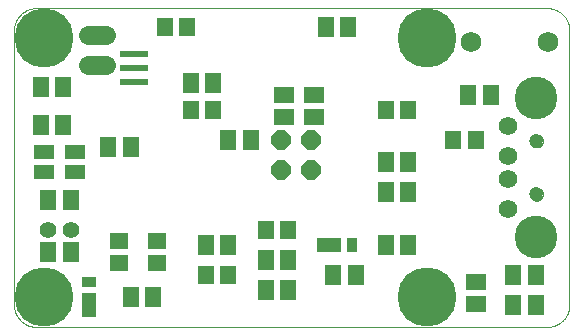
<source format=gbs>
G75*
%MOIN*%
%OFA0B0*%
%FSLAX25Y25*%
%IPPOS*%
%LPD*%
%AMOC8*
5,1,8,0,0,1.08239X$1,22.5*
%
%ADD10C,0.00000*%
%ADD11C,0.09061*%
%ADD12C,0.19685*%
%ADD13C,0.06140*%
%ADD14C,0.14243*%
%ADD15C,0.04731*%
%ADD16R,0.05518X0.06699*%
%ADD17R,0.05518X0.06306*%
%ADD18R,0.06306X0.05518*%
%ADD19C,0.06896*%
%ADD20R,0.07093X0.04534*%
%ADD21R,0.09455X0.01975*%
%ADD22C,0.06400*%
%ADD23OC8,0.06400*%
%ADD24C,0.05550*%
%ADD25R,0.08274X0.04731*%
%ADD26R,0.03550X0.04731*%
%ADD27R,0.04731X0.08274*%
%ADD28R,0.04731X0.03550*%
%ADD29R,0.06699X0.05518*%
D10*
X0114898Y0038933D02*
X0114898Y0130232D01*
X0114900Y0130413D01*
X0114907Y0130594D01*
X0114918Y0130775D01*
X0114933Y0130956D01*
X0114953Y0131136D01*
X0114977Y0131316D01*
X0115005Y0131495D01*
X0115038Y0131673D01*
X0115075Y0131850D01*
X0115116Y0132027D01*
X0115161Y0132202D01*
X0115211Y0132377D01*
X0115265Y0132550D01*
X0115323Y0132721D01*
X0115385Y0132892D01*
X0115452Y0133060D01*
X0115522Y0133227D01*
X0115596Y0133393D01*
X0115675Y0133556D01*
X0115757Y0133717D01*
X0115843Y0133877D01*
X0115933Y0134034D01*
X0116027Y0134189D01*
X0116124Y0134342D01*
X0116226Y0134492D01*
X0116330Y0134640D01*
X0116439Y0134786D01*
X0116550Y0134928D01*
X0116666Y0135068D01*
X0116784Y0135205D01*
X0116906Y0135340D01*
X0117031Y0135471D01*
X0117159Y0135599D01*
X0117290Y0135724D01*
X0117425Y0135846D01*
X0117562Y0135964D01*
X0117702Y0136080D01*
X0117844Y0136191D01*
X0117990Y0136300D01*
X0118138Y0136404D01*
X0118288Y0136506D01*
X0118441Y0136603D01*
X0118596Y0136697D01*
X0118753Y0136787D01*
X0118913Y0136873D01*
X0119074Y0136955D01*
X0119237Y0137034D01*
X0119403Y0137108D01*
X0119570Y0137178D01*
X0119738Y0137245D01*
X0119909Y0137307D01*
X0120080Y0137365D01*
X0120253Y0137419D01*
X0120428Y0137469D01*
X0120603Y0137514D01*
X0120780Y0137555D01*
X0120957Y0137592D01*
X0121135Y0137625D01*
X0121314Y0137653D01*
X0121494Y0137677D01*
X0121674Y0137697D01*
X0121855Y0137712D01*
X0122036Y0137723D01*
X0122217Y0137730D01*
X0122398Y0137732D01*
X0292595Y0137732D01*
X0292776Y0137730D01*
X0292957Y0137723D01*
X0293138Y0137712D01*
X0293319Y0137697D01*
X0293499Y0137677D01*
X0293679Y0137653D01*
X0293858Y0137625D01*
X0294036Y0137592D01*
X0294213Y0137555D01*
X0294390Y0137514D01*
X0294565Y0137469D01*
X0294740Y0137419D01*
X0294913Y0137365D01*
X0295084Y0137307D01*
X0295255Y0137245D01*
X0295423Y0137178D01*
X0295590Y0137108D01*
X0295756Y0137034D01*
X0295919Y0136955D01*
X0296080Y0136873D01*
X0296240Y0136787D01*
X0296397Y0136697D01*
X0296552Y0136603D01*
X0296705Y0136506D01*
X0296855Y0136404D01*
X0297003Y0136300D01*
X0297149Y0136191D01*
X0297291Y0136080D01*
X0297431Y0135964D01*
X0297568Y0135846D01*
X0297703Y0135724D01*
X0297834Y0135599D01*
X0297962Y0135471D01*
X0298087Y0135340D01*
X0298209Y0135205D01*
X0298327Y0135068D01*
X0298443Y0134928D01*
X0298554Y0134786D01*
X0298663Y0134640D01*
X0298767Y0134492D01*
X0298869Y0134342D01*
X0298966Y0134189D01*
X0299060Y0134034D01*
X0299150Y0133877D01*
X0299236Y0133717D01*
X0299318Y0133556D01*
X0299397Y0133393D01*
X0299471Y0133227D01*
X0299541Y0133060D01*
X0299608Y0132892D01*
X0299670Y0132721D01*
X0299728Y0132550D01*
X0299782Y0132377D01*
X0299832Y0132202D01*
X0299877Y0132027D01*
X0299918Y0131850D01*
X0299955Y0131673D01*
X0299988Y0131495D01*
X0300016Y0131316D01*
X0300040Y0131136D01*
X0300060Y0130956D01*
X0300075Y0130775D01*
X0300086Y0130594D01*
X0300093Y0130413D01*
X0300095Y0130232D01*
X0300095Y0038933D01*
X0300093Y0038752D01*
X0300086Y0038571D01*
X0300075Y0038390D01*
X0300060Y0038209D01*
X0300040Y0038029D01*
X0300016Y0037849D01*
X0299988Y0037670D01*
X0299955Y0037492D01*
X0299918Y0037315D01*
X0299877Y0037138D01*
X0299832Y0036963D01*
X0299782Y0036788D01*
X0299728Y0036615D01*
X0299670Y0036444D01*
X0299608Y0036273D01*
X0299541Y0036105D01*
X0299471Y0035938D01*
X0299397Y0035772D01*
X0299318Y0035609D01*
X0299236Y0035448D01*
X0299150Y0035288D01*
X0299060Y0035131D01*
X0298966Y0034976D01*
X0298869Y0034823D01*
X0298767Y0034673D01*
X0298663Y0034525D01*
X0298554Y0034379D01*
X0298443Y0034237D01*
X0298327Y0034097D01*
X0298209Y0033960D01*
X0298087Y0033825D01*
X0297962Y0033694D01*
X0297834Y0033566D01*
X0297703Y0033441D01*
X0297568Y0033319D01*
X0297431Y0033201D01*
X0297291Y0033085D01*
X0297149Y0032974D01*
X0297003Y0032865D01*
X0296855Y0032761D01*
X0296705Y0032659D01*
X0296552Y0032562D01*
X0296397Y0032468D01*
X0296240Y0032378D01*
X0296080Y0032292D01*
X0295919Y0032210D01*
X0295756Y0032131D01*
X0295590Y0032057D01*
X0295423Y0031987D01*
X0295255Y0031920D01*
X0295084Y0031858D01*
X0294913Y0031800D01*
X0294740Y0031746D01*
X0294565Y0031696D01*
X0294390Y0031651D01*
X0294213Y0031610D01*
X0294036Y0031573D01*
X0293858Y0031540D01*
X0293679Y0031512D01*
X0293499Y0031488D01*
X0293319Y0031468D01*
X0293138Y0031453D01*
X0292957Y0031442D01*
X0292776Y0031435D01*
X0292595Y0031433D01*
X0122398Y0031433D01*
X0122217Y0031435D01*
X0122036Y0031442D01*
X0121855Y0031453D01*
X0121674Y0031468D01*
X0121494Y0031488D01*
X0121314Y0031512D01*
X0121135Y0031540D01*
X0120957Y0031573D01*
X0120780Y0031610D01*
X0120603Y0031651D01*
X0120428Y0031696D01*
X0120253Y0031746D01*
X0120080Y0031800D01*
X0119909Y0031858D01*
X0119738Y0031920D01*
X0119570Y0031987D01*
X0119403Y0032057D01*
X0119237Y0032131D01*
X0119074Y0032210D01*
X0118913Y0032292D01*
X0118753Y0032378D01*
X0118596Y0032468D01*
X0118441Y0032562D01*
X0118288Y0032659D01*
X0118138Y0032761D01*
X0117990Y0032865D01*
X0117844Y0032974D01*
X0117702Y0033085D01*
X0117562Y0033201D01*
X0117425Y0033319D01*
X0117290Y0033441D01*
X0117159Y0033566D01*
X0117031Y0033694D01*
X0116906Y0033825D01*
X0116784Y0033960D01*
X0116666Y0034097D01*
X0116550Y0034237D01*
X0116439Y0034379D01*
X0116330Y0034525D01*
X0116226Y0034673D01*
X0116124Y0034823D01*
X0116027Y0034976D01*
X0115933Y0035131D01*
X0115843Y0035288D01*
X0115757Y0035448D01*
X0115675Y0035609D01*
X0115596Y0035772D01*
X0115522Y0035938D01*
X0115452Y0036105D01*
X0115385Y0036273D01*
X0115323Y0036444D01*
X0115265Y0036615D01*
X0115211Y0036788D01*
X0115161Y0036963D01*
X0115116Y0037138D01*
X0115075Y0037315D01*
X0115038Y0037492D01*
X0115005Y0037670D01*
X0114977Y0037849D01*
X0114953Y0038029D01*
X0114933Y0038209D01*
X0114918Y0038390D01*
X0114907Y0038571D01*
X0114900Y0038752D01*
X0114898Y0038933D01*
X0120764Y0041433D02*
X0120766Y0041564D01*
X0120772Y0041696D01*
X0120782Y0041827D01*
X0120796Y0041958D01*
X0120814Y0042088D01*
X0120836Y0042217D01*
X0120861Y0042346D01*
X0120891Y0042474D01*
X0120925Y0042601D01*
X0120962Y0042728D01*
X0121003Y0042852D01*
X0121048Y0042976D01*
X0121097Y0043098D01*
X0121149Y0043219D01*
X0121205Y0043337D01*
X0121265Y0043455D01*
X0121328Y0043570D01*
X0121395Y0043683D01*
X0121465Y0043795D01*
X0121538Y0043904D01*
X0121614Y0044010D01*
X0121694Y0044115D01*
X0121777Y0044217D01*
X0121863Y0044316D01*
X0121952Y0044413D01*
X0122044Y0044507D01*
X0122139Y0044598D01*
X0122236Y0044687D01*
X0122336Y0044772D01*
X0122439Y0044854D01*
X0122544Y0044933D01*
X0122651Y0045009D01*
X0122761Y0045081D01*
X0122873Y0045150D01*
X0122987Y0045216D01*
X0123102Y0045278D01*
X0123220Y0045337D01*
X0123339Y0045392D01*
X0123460Y0045444D01*
X0123583Y0045491D01*
X0123707Y0045535D01*
X0123832Y0045576D01*
X0123958Y0045612D01*
X0124086Y0045645D01*
X0124214Y0045673D01*
X0124343Y0045698D01*
X0124473Y0045719D01*
X0124603Y0045736D01*
X0124734Y0045749D01*
X0124865Y0045758D01*
X0124996Y0045763D01*
X0125128Y0045764D01*
X0125259Y0045761D01*
X0125391Y0045754D01*
X0125522Y0045743D01*
X0125652Y0045728D01*
X0125782Y0045709D01*
X0125912Y0045686D01*
X0126040Y0045660D01*
X0126168Y0045629D01*
X0126295Y0045594D01*
X0126421Y0045556D01*
X0126545Y0045514D01*
X0126669Y0045468D01*
X0126790Y0045418D01*
X0126910Y0045365D01*
X0127029Y0045308D01*
X0127146Y0045248D01*
X0127260Y0045184D01*
X0127373Y0045116D01*
X0127484Y0045045D01*
X0127593Y0044971D01*
X0127699Y0044894D01*
X0127803Y0044813D01*
X0127904Y0044730D01*
X0128003Y0044643D01*
X0128099Y0044553D01*
X0128192Y0044460D01*
X0128283Y0044365D01*
X0128370Y0044267D01*
X0128455Y0044166D01*
X0128536Y0044063D01*
X0128614Y0043957D01*
X0128689Y0043849D01*
X0128761Y0043739D01*
X0128829Y0043627D01*
X0128894Y0043513D01*
X0128955Y0043396D01*
X0129013Y0043278D01*
X0129067Y0043158D01*
X0129118Y0043037D01*
X0129165Y0042914D01*
X0129208Y0042790D01*
X0129247Y0042665D01*
X0129283Y0042538D01*
X0129314Y0042410D01*
X0129342Y0042282D01*
X0129366Y0042153D01*
X0129386Y0042023D01*
X0129402Y0041892D01*
X0129414Y0041761D01*
X0129422Y0041630D01*
X0129426Y0041499D01*
X0129426Y0041367D01*
X0129422Y0041236D01*
X0129414Y0041105D01*
X0129402Y0040974D01*
X0129386Y0040843D01*
X0129366Y0040713D01*
X0129342Y0040584D01*
X0129314Y0040456D01*
X0129283Y0040328D01*
X0129247Y0040201D01*
X0129208Y0040076D01*
X0129165Y0039952D01*
X0129118Y0039829D01*
X0129067Y0039708D01*
X0129013Y0039588D01*
X0128955Y0039470D01*
X0128894Y0039353D01*
X0128829Y0039239D01*
X0128761Y0039127D01*
X0128689Y0039017D01*
X0128614Y0038909D01*
X0128536Y0038803D01*
X0128455Y0038700D01*
X0128370Y0038599D01*
X0128283Y0038501D01*
X0128192Y0038406D01*
X0128099Y0038313D01*
X0128003Y0038223D01*
X0127904Y0038136D01*
X0127803Y0038053D01*
X0127699Y0037972D01*
X0127593Y0037895D01*
X0127484Y0037821D01*
X0127373Y0037750D01*
X0127261Y0037682D01*
X0127146Y0037618D01*
X0127029Y0037558D01*
X0126910Y0037501D01*
X0126790Y0037448D01*
X0126669Y0037398D01*
X0126545Y0037352D01*
X0126421Y0037310D01*
X0126295Y0037272D01*
X0126168Y0037237D01*
X0126040Y0037206D01*
X0125912Y0037180D01*
X0125782Y0037157D01*
X0125652Y0037138D01*
X0125522Y0037123D01*
X0125391Y0037112D01*
X0125259Y0037105D01*
X0125128Y0037102D01*
X0124996Y0037103D01*
X0124865Y0037108D01*
X0124734Y0037117D01*
X0124603Y0037130D01*
X0124473Y0037147D01*
X0124343Y0037168D01*
X0124214Y0037193D01*
X0124086Y0037221D01*
X0123958Y0037254D01*
X0123832Y0037290D01*
X0123707Y0037331D01*
X0123583Y0037375D01*
X0123460Y0037422D01*
X0123339Y0037474D01*
X0123220Y0037529D01*
X0123102Y0037588D01*
X0122987Y0037650D01*
X0122873Y0037716D01*
X0122761Y0037785D01*
X0122651Y0037857D01*
X0122544Y0037933D01*
X0122439Y0038012D01*
X0122336Y0038094D01*
X0122236Y0038179D01*
X0122139Y0038268D01*
X0122044Y0038359D01*
X0121952Y0038453D01*
X0121863Y0038550D01*
X0121777Y0038649D01*
X0121694Y0038751D01*
X0121614Y0038856D01*
X0121538Y0038962D01*
X0121465Y0039071D01*
X0121395Y0039183D01*
X0121328Y0039296D01*
X0121265Y0039411D01*
X0121205Y0039529D01*
X0121149Y0039647D01*
X0121097Y0039768D01*
X0121048Y0039890D01*
X0121003Y0040014D01*
X0120962Y0040138D01*
X0120925Y0040265D01*
X0120891Y0040392D01*
X0120861Y0040520D01*
X0120836Y0040649D01*
X0120814Y0040778D01*
X0120796Y0040908D01*
X0120782Y0041039D01*
X0120772Y0041170D01*
X0120766Y0041302D01*
X0120764Y0041433D01*
X0248264Y0041433D02*
X0248266Y0041564D01*
X0248272Y0041696D01*
X0248282Y0041827D01*
X0248296Y0041958D01*
X0248314Y0042088D01*
X0248336Y0042217D01*
X0248361Y0042346D01*
X0248391Y0042474D01*
X0248425Y0042601D01*
X0248462Y0042728D01*
X0248503Y0042852D01*
X0248548Y0042976D01*
X0248597Y0043098D01*
X0248649Y0043219D01*
X0248705Y0043337D01*
X0248765Y0043455D01*
X0248828Y0043570D01*
X0248895Y0043683D01*
X0248965Y0043795D01*
X0249038Y0043904D01*
X0249114Y0044010D01*
X0249194Y0044115D01*
X0249277Y0044217D01*
X0249363Y0044316D01*
X0249452Y0044413D01*
X0249544Y0044507D01*
X0249639Y0044598D01*
X0249736Y0044687D01*
X0249836Y0044772D01*
X0249939Y0044854D01*
X0250044Y0044933D01*
X0250151Y0045009D01*
X0250261Y0045081D01*
X0250373Y0045150D01*
X0250487Y0045216D01*
X0250602Y0045278D01*
X0250720Y0045337D01*
X0250839Y0045392D01*
X0250960Y0045444D01*
X0251083Y0045491D01*
X0251207Y0045535D01*
X0251332Y0045576D01*
X0251458Y0045612D01*
X0251586Y0045645D01*
X0251714Y0045673D01*
X0251843Y0045698D01*
X0251973Y0045719D01*
X0252103Y0045736D01*
X0252234Y0045749D01*
X0252365Y0045758D01*
X0252496Y0045763D01*
X0252628Y0045764D01*
X0252759Y0045761D01*
X0252891Y0045754D01*
X0253022Y0045743D01*
X0253152Y0045728D01*
X0253282Y0045709D01*
X0253412Y0045686D01*
X0253540Y0045660D01*
X0253668Y0045629D01*
X0253795Y0045594D01*
X0253921Y0045556D01*
X0254045Y0045514D01*
X0254169Y0045468D01*
X0254290Y0045418D01*
X0254410Y0045365D01*
X0254529Y0045308D01*
X0254646Y0045248D01*
X0254760Y0045184D01*
X0254873Y0045116D01*
X0254984Y0045045D01*
X0255093Y0044971D01*
X0255199Y0044894D01*
X0255303Y0044813D01*
X0255404Y0044730D01*
X0255503Y0044643D01*
X0255599Y0044553D01*
X0255692Y0044460D01*
X0255783Y0044365D01*
X0255870Y0044267D01*
X0255955Y0044166D01*
X0256036Y0044063D01*
X0256114Y0043957D01*
X0256189Y0043849D01*
X0256261Y0043739D01*
X0256329Y0043627D01*
X0256394Y0043513D01*
X0256455Y0043396D01*
X0256513Y0043278D01*
X0256567Y0043158D01*
X0256618Y0043037D01*
X0256665Y0042914D01*
X0256708Y0042790D01*
X0256747Y0042665D01*
X0256783Y0042538D01*
X0256814Y0042410D01*
X0256842Y0042282D01*
X0256866Y0042153D01*
X0256886Y0042023D01*
X0256902Y0041892D01*
X0256914Y0041761D01*
X0256922Y0041630D01*
X0256926Y0041499D01*
X0256926Y0041367D01*
X0256922Y0041236D01*
X0256914Y0041105D01*
X0256902Y0040974D01*
X0256886Y0040843D01*
X0256866Y0040713D01*
X0256842Y0040584D01*
X0256814Y0040456D01*
X0256783Y0040328D01*
X0256747Y0040201D01*
X0256708Y0040076D01*
X0256665Y0039952D01*
X0256618Y0039829D01*
X0256567Y0039708D01*
X0256513Y0039588D01*
X0256455Y0039470D01*
X0256394Y0039353D01*
X0256329Y0039239D01*
X0256261Y0039127D01*
X0256189Y0039017D01*
X0256114Y0038909D01*
X0256036Y0038803D01*
X0255955Y0038700D01*
X0255870Y0038599D01*
X0255783Y0038501D01*
X0255692Y0038406D01*
X0255599Y0038313D01*
X0255503Y0038223D01*
X0255404Y0038136D01*
X0255303Y0038053D01*
X0255199Y0037972D01*
X0255093Y0037895D01*
X0254984Y0037821D01*
X0254873Y0037750D01*
X0254761Y0037682D01*
X0254646Y0037618D01*
X0254529Y0037558D01*
X0254410Y0037501D01*
X0254290Y0037448D01*
X0254169Y0037398D01*
X0254045Y0037352D01*
X0253921Y0037310D01*
X0253795Y0037272D01*
X0253668Y0037237D01*
X0253540Y0037206D01*
X0253412Y0037180D01*
X0253282Y0037157D01*
X0253152Y0037138D01*
X0253022Y0037123D01*
X0252891Y0037112D01*
X0252759Y0037105D01*
X0252628Y0037102D01*
X0252496Y0037103D01*
X0252365Y0037108D01*
X0252234Y0037117D01*
X0252103Y0037130D01*
X0251973Y0037147D01*
X0251843Y0037168D01*
X0251714Y0037193D01*
X0251586Y0037221D01*
X0251458Y0037254D01*
X0251332Y0037290D01*
X0251207Y0037331D01*
X0251083Y0037375D01*
X0250960Y0037422D01*
X0250839Y0037474D01*
X0250720Y0037529D01*
X0250602Y0037588D01*
X0250487Y0037650D01*
X0250373Y0037716D01*
X0250261Y0037785D01*
X0250151Y0037857D01*
X0250044Y0037933D01*
X0249939Y0038012D01*
X0249836Y0038094D01*
X0249736Y0038179D01*
X0249639Y0038268D01*
X0249544Y0038359D01*
X0249452Y0038453D01*
X0249363Y0038550D01*
X0249277Y0038649D01*
X0249194Y0038751D01*
X0249114Y0038856D01*
X0249038Y0038962D01*
X0248965Y0039071D01*
X0248895Y0039183D01*
X0248828Y0039296D01*
X0248765Y0039411D01*
X0248705Y0039529D01*
X0248649Y0039647D01*
X0248597Y0039768D01*
X0248548Y0039890D01*
X0248503Y0040014D01*
X0248462Y0040138D01*
X0248425Y0040265D01*
X0248391Y0040392D01*
X0248361Y0040520D01*
X0248336Y0040649D01*
X0248314Y0040778D01*
X0248296Y0040908D01*
X0248282Y0041039D01*
X0248272Y0041170D01*
X0248266Y0041302D01*
X0248264Y0041433D01*
X0286907Y0075724D02*
X0286909Y0075817D01*
X0286915Y0075909D01*
X0286925Y0076001D01*
X0286939Y0076092D01*
X0286956Y0076183D01*
X0286978Y0076273D01*
X0287003Y0076362D01*
X0287032Y0076450D01*
X0287065Y0076536D01*
X0287102Y0076621D01*
X0287142Y0076705D01*
X0287186Y0076786D01*
X0287233Y0076866D01*
X0287283Y0076944D01*
X0287337Y0077019D01*
X0287394Y0077092D01*
X0287454Y0077162D01*
X0287517Y0077230D01*
X0287583Y0077295D01*
X0287651Y0077357D01*
X0287722Y0077417D01*
X0287796Y0077473D01*
X0287872Y0077526D01*
X0287950Y0077575D01*
X0288030Y0077622D01*
X0288112Y0077664D01*
X0288196Y0077704D01*
X0288281Y0077739D01*
X0288368Y0077771D01*
X0288456Y0077800D01*
X0288545Y0077824D01*
X0288635Y0077845D01*
X0288726Y0077861D01*
X0288818Y0077874D01*
X0288910Y0077883D01*
X0289003Y0077888D01*
X0289095Y0077889D01*
X0289188Y0077886D01*
X0289280Y0077879D01*
X0289372Y0077868D01*
X0289463Y0077853D01*
X0289554Y0077835D01*
X0289644Y0077812D01*
X0289732Y0077786D01*
X0289820Y0077756D01*
X0289906Y0077722D01*
X0289990Y0077685D01*
X0290073Y0077643D01*
X0290154Y0077599D01*
X0290234Y0077551D01*
X0290311Y0077500D01*
X0290385Y0077445D01*
X0290458Y0077387D01*
X0290528Y0077327D01*
X0290595Y0077263D01*
X0290659Y0077197D01*
X0290721Y0077127D01*
X0290779Y0077056D01*
X0290834Y0076982D01*
X0290886Y0076905D01*
X0290935Y0076826D01*
X0290981Y0076746D01*
X0291023Y0076663D01*
X0291061Y0076579D01*
X0291096Y0076493D01*
X0291127Y0076406D01*
X0291154Y0076318D01*
X0291177Y0076228D01*
X0291197Y0076138D01*
X0291213Y0076047D01*
X0291225Y0075955D01*
X0291233Y0075863D01*
X0291237Y0075770D01*
X0291237Y0075678D01*
X0291233Y0075585D01*
X0291225Y0075493D01*
X0291213Y0075401D01*
X0291197Y0075310D01*
X0291177Y0075220D01*
X0291154Y0075130D01*
X0291127Y0075042D01*
X0291096Y0074955D01*
X0291061Y0074869D01*
X0291023Y0074785D01*
X0290981Y0074702D01*
X0290935Y0074622D01*
X0290886Y0074543D01*
X0290834Y0074466D01*
X0290779Y0074392D01*
X0290721Y0074321D01*
X0290659Y0074251D01*
X0290595Y0074185D01*
X0290528Y0074121D01*
X0290458Y0074061D01*
X0290385Y0074003D01*
X0290311Y0073948D01*
X0290234Y0073897D01*
X0290155Y0073849D01*
X0290073Y0073805D01*
X0289990Y0073763D01*
X0289906Y0073726D01*
X0289820Y0073692D01*
X0289732Y0073662D01*
X0289644Y0073636D01*
X0289554Y0073613D01*
X0289463Y0073595D01*
X0289372Y0073580D01*
X0289280Y0073569D01*
X0289188Y0073562D01*
X0289095Y0073559D01*
X0289003Y0073560D01*
X0288910Y0073565D01*
X0288818Y0073574D01*
X0288726Y0073587D01*
X0288635Y0073603D01*
X0288545Y0073624D01*
X0288456Y0073648D01*
X0288368Y0073677D01*
X0288281Y0073709D01*
X0288196Y0073744D01*
X0288112Y0073784D01*
X0288030Y0073826D01*
X0287950Y0073873D01*
X0287872Y0073922D01*
X0287796Y0073975D01*
X0287722Y0074031D01*
X0287651Y0074091D01*
X0287583Y0074153D01*
X0287517Y0074218D01*
X0287454Y0074286D01*
X0287394Y0074356D01*
X0287337Y0074429D01*
X0287283Y0074504D01*
X0287233Y0074582D01*
X0287186Y0074662D01*
X0287142Y0074743D01*
X0287102Y0074827D01*
X0287065Y0074912D01*
X0287032Y0074998D01*
X0287003Y0075086D01*
X0286978Y0075175D01*
X0286956Y0075265D01*
X0286939Y0075356D01*
X0286925Y0075447D01*
X0286915Y0075539D01*
X0286909Y0075631D01*
X0286907Y0075724D01*
X0286907Y0093441D02*
X0286909Y0093534D01*
X0286915Y0093626D01*
X0286925Y0093718D01*
X0286939Y0093809D01*
X0286956Y0093900D01*
X0286978Y0093990D01*
X0287003Y0094079D01*
X0287032Y0094167D01*
X0287065Y0094253D01*
X0287102Y0094338D01*
X0287142Y0094422D01*
X0287186Y0094503D01*
X0287233Y0094583D01*
X0287283Y0094661D01*
X0287337Y0094736D01*
X0287394Y0094809D01*
X0287454Y0094879D01*
X0287517Y0094947D01*
X0287583Y0095012D01*
X0287651Y0095074D01*
X0287722Y0095134D01*
X0287796Y0095190D01*
X0287872Y0095243D01*
X0287950Y0095292D01*
X0288030Y0095339D01*
X0288112Y0095381D01*
X0288196Y0095421D01*
X0288281Y0095456D01*
X0288368Y0095488D01*
X0288456Y0095517D01*
X0288545Y0095541D01*
X0288635Y0095562D01*
X0288726Y0095578D01*
X0288818Y0095591D01*
X0288910Y0095600D01*
X0289003Y0095605D01*
X0289095Y0095606D01*
X0289188Y0095603D01*
X0289280Y0095596D01*
X0289372Y0095585D01*
X0289463Y0095570D01*
X0289554Y0095552D01*
X0289644Y0095529D01*
X0289732Y0095503D01*
X0289820Y0095473D01*
X0289906Y0095439D01*
X0289990Y0095402D01*
X0290073Y0095360D01*
X0290154Y0095316D01*
X0290234Y0095268D01*
X0290311Y0095217D01*
X0290385Y0095162D01*
X0290458Y0095104D01*
X0290528Y0095044D01*
X0290595Y0094980D01*
X0290659Y0094914D01*
X0290721Y0094844D01*
X0290779Y0094773D01*
X0290834Y0094699D01*
X0290886Y0094622D01*
X0290935Y0094543D01*
X0290981Y0094463D01*
X0291023Y0094380D01*
X0291061Y0094296D01*
X0291096Y0094210D01*
X0291127Y0094123D01*
X0291154Y0094035D01*
X0291177Y0093945D01*
X0291197Y0093855D01*
X0291213Y0093764D01*
X0291225Y0093672D01*
X0291233Y0093580D01*
X0291237Y0093487D01*
X0291237Y0093395D01*
X0291233Y0093302D01*
X0291225Y0093210D01*
X0291213Y0093118D01*
X0291197Y0093027D01*
X0291177Y0092937D01*
X0291154Y0092847D01*
X0291127Y0092759D01*
X0291096Y0092672D01*
X0291061Y0092586D01*
X0291023Y0092502D01*
X0290981Y0092419D01*
X0290935Y0092339D01*
X0290886Y0092260D01*
X0290834Y0092183D01*
X0290779Y0092109D01*
X0290721Y0092038D01*
X0290659Y0091968D01*
X0290595Y0091902D01*
X0290528Y0091838D01*
X0290458Y0091778D01*
X0290385Y0091720D01*
X0290311Y0091665D01*
X0290234Y0091614D01*
X0290155Y0091566D01*
X0290073Y0091522D01*
X0289990Y0091480D01*
X0289906Y0091443D01*
X0289820Y0091409D01*
X0289732Y0091379D01*
X0289644Y0091353D01*
X0289554Y0091330D01*
X0289463Y0091312D01*
X0289372Y0091297D01*
X0289280Y0091286D01*
X0289188Y0091279D01*
X0289095Y0091276D01*
X0289003Y0091277D01*
X0288910Y0091282D01*
X0288818Y0091291D01*
X0288726Y0091304D01*
X0288635Y0091320D01*
X0288545Y0091341D01*
X0288456Y0091365D01*
X0288368Y0091394D01*
X0288281Y0091426D01*
X0288196Y0091461D01*
X0288112Y0091501D01*
X0288030Y0091543D01*
X0287950Y0091590D01*
X0287872Y0091639D01*
X0287796Y0091692D01*
X0287722Y0091748D01*
X0287651Y0091808D01*
X0287583Y0091870D01*
X0287517Y0091935D01*
X0287454Y0092003D01*
X0287394Y0092073D01*
X0287337Y0092146D01*
X0287283Y0092221D01*
X0287233Y0092299D01*
X0287186Y0092379D01*
X0287142Y0092460D01*
X0287102Y0092544D01*
X0287065Y0092629D01*
X0287032Y0092715D01*
X0287003Y0092803D01*
X0286978Y0092892D01*
X0286956Y0092982D01*
X0286939Y0093073D01*
X0286925Y0093164D01*
X0286915Y0093256D01*
X0286909Y0093348D01*
X0286907Y0093441D01*
X0248264Y0127732D02*
X0248266Y0127863D01*
X0248272Y0127995D01*
X0248282Y0128126D01*
X0248296Y0128257D01*
X0248314Y0128387D01*
X0248336Y0128516D01*
X0248361Y0128645D01*
X0248391Y0128773D01*
X0248425Y0128900D01*
X0248462Y0129027D01*
X0248503Y0129151D01*
X0248548Y0129275D01*
X0248597Y0129397D01*
X0248649Y0129518D01*
X0248705Y0129636D01*
X0248765Y0129754D01*
X0248828Y0129869D01*
X0248895Y0129982D01*
X0248965Y0130094D01*
X0249038Y0130203D01*
X0249114Y0130309D01*
X0249194Y0130414D01*
X0249277Y0130516D01*
X0249363Y0130615D01*
X0249452Y0130712D01*
X0249544Y0130806D01*
X0249639Y0130897D01*
X0249736Y0130986D01*
X0249836Y0131071D01*
X0249939Y0131153D01*
X0250044Y0131232D01*
X0250151Y0131308D01*
X0250261Y0131380D01*
X0250373Y0131449D01*
X0250487Y0131515D01*
X0250602Y0131577D01*
X0250720Y0131636D01*
X0250839Y0131691D01*
X0250960Y0131743D01*
X0251083Y0131790D01*
X0251207Y0131834D01*
X0251332Y0131875D01*
X0251458Y0131911D01*
X0251586Y0131944D01*
X0251714Y0131972D01*
X0251843Y0131997D01*
X0251973Y0132018D01*
X0252103Y0132035D01*
X0252234Y0132048D01*
X0252365Y0132057D01*
X0252496Y0132062D01*
X0252628Y0132063D01*
X0252759Y0132060D01*
X0252891Y0132053D01*
X0253022Y0132042D01*
X0253152Y0132027D01*
X0253282Y0132008D01*
X0253412Y0131985D01*
X0253540Y0131959D01*
X0253668Y0131928D01*
X0253795Y0131893D01*
X0253921Y0131855D01*
X0254045Y0131813D01*
X0254169Y0131767D01*
X0254290Y0131717D01*
X0254410Y0131664D01*
X0254529Y0131607D01*
X0254646Y0131547D01*
X0254760Y0131483D01*
X0254873Y0131415D01*
X0254984Y0131344D01*
X0255093Y0131270D01*
X0255199Y0131193D01*
X0255303Y0131112D01*
X0255404Y0131029D01*
X0255503Y0130942D01*
X0255599Y0130852D01*
X0255692Y0130759D01*
X0255783Y0130664D01*
X0255870Y0130566D01*
X0255955Y0130465D01*
X0256036Y0130362D01*
X0256114Y0130256D01*
X0256189Y0130148D01*
X0256261Y0130038D01*
X0256329Y0129926D01*
X0256394Y0129812D01*
X0256455Y0129695D01*
X0256513Y0129577D01*
X0256567Y0129457D01*
X0256618Y0129336D01*
X0256665Y0129213D01*
X0256708Y0129089D01*
X0256747Y0128964D01*
X0256783Y0128837D01*
X0256814Y0128709D01*
X0256842Y0128581D01*
X0256866Y0128452D01*
X0256886Y0128322D01*
X0256902Y0128191D01*
X0256914Y0128060D01*
X0256922Y0127929D01*
X0256926Y0127798D01*
X0256926Y0127666D01*
X0256922Y0127535D01*
X0256914Y0127404D01*
X0256902Y0127273D01*
X0256886Y0127142D01*
X0256866Y0127012D01*
X0256842Y0126883D01*
X0256814Y0126755D01*
X0256783Y0126627D01*
X0256747Y0126500D01*
X0256708Y0126375D01*
X0256665Y0126251D01*
X0256618Y0126128D01*
X0256567Y0126007D01*
X0256513Y0125887D01*
X0256455Y0125769D01*
X0256394Y0125652D01*
X0256329Y0125538D01*
X0256261Y0125426D01*
X0256189Y0125316D01*
X0256114Y0125208D01*
X0256036Y0125102D01*
X0255955Y0124999D01*
X0255870Y0124898D01*
X0255783Y0124800D01*
X0255692Y0124705D01*
X0255599Y0124612D01*
X0255503Y0124522D01*
X0255404Y0124435D01*
X0255303Y0124352D01*
X0255199Y0124271D01*
X0255093Y0124194D01*
X0254984Y0124120D01*
X0254873Y0124049D01*
X0254761Y0123981D01*
X0254646Y0123917D01*
X0254529Y0123857D01*
X0254410Y0123800D01*
X0254290Y0123747D01*
X0254169Y0123697D01*
X0254045Y0123651D01*
X0253921Y0123609D01*
X0253795Y0123571D01*
X0253668Y0123536D01*
X0253540Y0123505D01*
X0253412Y0123479D01*
X0253282Y0123456D01*
X0253152Y0123437D01*
X0253022Y0123422D01*
X0252891Y0123411D01*
X0252759Y0123404D01*
X0252628Y0123401D01*
X0252496Y0123402D01*
X0252365Y0123407D01*
X0252234Y0123416D01*
X0252103Y0123429D01*
X0251973Y0123446D01*
X0251843Y0123467D01*
X0251714Y0123492D01*
X0251586Y0123520D01*
X0251458Y0123553D01*
X0251332Y0123589D01*
X0251207Y0123630D01*
X0251083Y0123674D01*
X0250960Y0123721D01*
X0250839Y0123773D01*
X0250720Y0123828D01*
X0250602Y0123887D01*
X0250487Y0123949D01*
X0250373Y0124015D01*
X0250261Y0124084D01*
X0250151Y0124156D01*
X0250044Y0124232D01*
X0249939Y0124311D01*
X0249836Y0124393D01*
X0249736Y0124478D01*
X0249639Y0124567D01*
X0249544Y0124658D01*
X0249452Y0124752D01*
X0249363Y0124849D01*
X0249277Y0124948D01*
X0249194Y0125050D01*
X0249114Y0125155D01*
X0249038Y0125261D01*
X0248965Y0125370D01*
X0248895Y0125482D01*
X0248828Y0125595D01*
X0248765Y0125710D01*
X0248705Y0125828D01*
X0248649Y0125946D01*
X0248597Y0126067D01*
X0248548Y0126189D01*
X0248503Y0126313D01*
X0248462Y0126437D01*
X0248425Y0126564D01*
X0248391Y0126691D01*
X0248361Y0126819D01*
X0248336Y0126948D01*
X0248314Y0127077D01*
X0248296Y0127207D01*
X0248282Y0127338D01*
X0248272Y0127469D01*
X0248266Y0127601D01*
X0248264Y0127732D01*
X0120764Y0127732D02*
X0120766Y0127863D01*
X0120772Y0127995D01*
X0120782Y0128126D01*
X0120796Y0128257D01*
X0120814Y0128387D01*
X0120836Y0128516D01*
X0120861Y0128645D01*
X0120891Y0128773D01*
X0120925Y0128900D01*
X0120962Y0129027D01*
X0121003Y0129151D01*
X0121048Y0129275D01*
X0121097Y0129397D01*
X0121149Y0129518D01*
X0121205Y0129636D01*
X0121265Y0129754D01*
X0121328Y0129869D01*
X0121395Y0129982D01*
X0121465Y0130094D01*
X0121538Y0130203D01*
X0121614Y0130309D01*
X0121694Y0130414D01*
X0121777Y0130516D01*
X0121863Y0130615D01*
X0121952Y0130712D01*
X0122044Y0130806D01*
X0122139Y0130897D01*
X0122236Y0130986D01*
X0122336Y0131071D01*
X0122439Y0131153D01*
X0122544Y0131232D01*
X0122651Y0131308D01*
X0122761Y0131380D01*
X0122873Y0131449D01*
X0122987Y0131515D01*
X0123102Y0131577D01*
X0123220Y0131636D01*
X0123339Y0131691D01*
X0123460Y0131743D01*
X0123583Y0131790D01*
X0123707Y0131834D01*
X0123832Y0131875D01*
X0123958Y0131911D01*
X0124086Y0131944D01*
X0124214Y0131972D01*
X0124343Y0131997D01*
X0124473Y0132018D01*
X0124603Y0132035D01*
X0124734Y0132048D01*
X0124865Y0132057D01*
X0124996Y0132062D01*
X0125128Y0132063D01*
X0125259Y0132060D01*
X0125391Y0132053D01*
X0125522Y0132042D01*
X0125652Y0132027D01*
X0125782Y0132008D01*
X0125912Y0131985D01*
X0126040Y0131959D01*
X0126168Y0131928D01*
X0126295Y0131893D01*
X0126421Y0131855D01*
X0126545Y0131813D01*
X0126669Y0131767D01*
X0126790Y0131717D01*
X0126910Y0131664D01*
X0127029Y0131607D01*
X0127146Y0131547D01*
X0127260Y0131483D01*
X0127373Y0131415D01*
X0127484Y0131344D01*
X0127593Y0131270D01*
X0127699Y0131193D01*
X0127803Y0131112D01*
X0127904Y0131029D01*
X0128003Y0130942D01*
X0128099Y0130852D01*
X0128192Y0130759D01*
X0128283Y0130664D01*
X0128370Y0130566D01*
X0128455Y0130465D01*
X0128536Y0130362D01*
X0128614Y0130256D01*
X0128689Y0130148D01*
X0128761Y0130038D01*
X0128829Y0129926D01*
X0128894Y0129812D01*
X0128955Y0129695D01*
X0129013Y0129577D01*
X0129067Y0129457D01*
X0129118Y0129336D01*
X0129165Y0129213D01*
X0129208Y0129089D01*
X0129247Y0128964D01*
X0129283Y0128837D01*
X0129314Y0128709D01*
X0129342Y0128581D01*
X0129366Y0128452D01*
X0129386Y0128322D01*
X0129402Y0128191D01*
X0129414Y0128060D01*
X0129422Y0127929D01*
X0129426Y0127798D01*
X0129426Y0127666D01*
X0129422Y0127535D01*
X0129414Y0127404D01*
X0129402Y0127273D01*
X0129386Y0127142D01*
X0129366Y0127012D01*
X0129342Y0126883D01*
X0129314Y0126755D01*
X0129283Y0126627D01*
X0129247Y0126500D01*
X0129208Y0126375D01*
X0129165Y0126251D01*
X0129118Y0126128D01*
X0129067Y0126007D01*
X0129013Y0125887D01*
X0128955Y0125769D01*
X0128894Y0125652D01*
X0128829Y0125538D01*
X0128761Y0125426D01*
X0128689Y0125316D01*
X0128614Y0125208D01*
X0128536Y0125102D01*
X0128455Y0124999D01*
X0128370Y0124898D01*
X0128283Y0124800D01*
X0128192Y0124705D01*
X0128099Y0124612D01*
X0128003Y0124522D01*
X0127904Y0124435D01*
X0127803Y0124352D01*
X0127699Y0124271D01*
X0127593Y0124194D01*
X0127484Y0124120D01*
X0127373Y0124049D01*
X0127261Y0123981D01*
X0127146Y0123917D01*
X0127029Y0123857D01*
X0126910Y0123800D01*
X0126790Y0123747D01*
X0126669Y0123697D01*
X0126545Y0123651D01*
X0126421Y0123609D01*
X0126295Y0123571D01*
X0126168Y0123536D01*
X0126040Y0123505D01*
X0125912Y0123479D01*
X0125782Y0123456D01*
X0125652Y0123437D01*
X0125522Y0123422D01*
X0125391Y0123411D01*
X0125259Y0123404D01*
X0125128Y0123401D01*
X0124996Y0123402D01*
X0124865Y0123407D01*
X0124734Y0123416D01*
X0124603Y0123429D01*
X0124473Y0123446D01*
X0124343Y0123467D01*
X0124214Y0123492D01*
X0124086Y0123520D01*
X0123958Y0123553D01*
X0123832Y0123589D01*
X0123707Y0123630D01*
X0123583Y0123674D01*
X0123460Y0123721D01*
X0123339Y0123773D01*
X0123220Y0123828D01*
X0123102Y0123887D01*
X0122987Y0123949D01*
X0122873Y0124015D01*
X0122761Y0124084D01*
X0122651Y0124156D01*
X0122544Y0124232D01*
X0122439Y0124311D01*
X0122336Y0124393D01*
X0122236Y0124478D01*
X0122139Y0124567D01*
X0122044Y0124658D01*
X0121952Y0124752D01*
X0121863Y0124849D01*
X0121777Y0124948D01*
X0121694Y0125050D01*
X0121614Y0125155D01*
X0121538Y0125261D01*
X0121465Y0125370D01*
X0121395Y0125482D01*
X0121328Y0125595D01*
X0121265Y0125710D01*
X0121205Y0125828D01*
X0121149Y0125946D01*
X0121097Y0126067D01*
X0121048Y0126189D01*
X0121003Y0126313D01*
X0120962Y0126437D01*
X0120925Y0126564D01*
X0120891Y0126691D01*
X0120861Y0126819D01*
X0120836Y0126948D01*
X0120814Y0127077D01*
X0120796Y0127207D01*
X0120782Y0127338D01*
X0120772Y0127469D01*
X0120766Y0127601D01*
X0120764Y0127732D01*
D11*
X0125095Y0127732D03*
X0252595Y0127732D03*
X0252595Y0041433D03*
X0125095Y0041433D03*
D12*
X0125095Y0041433D03*
X0252595Y0041433D03*
X0252595Y0127732D03*
X0125095Y0127732D03*
D13*
X0279623Y0098362D03*
X0279623Y0088520D03*
X0279623Y0080646D03*
X0279623Y0070803D03*
D14*
X0289072Y0061551D03*
X0289072Y0107614D03*
D15*
X0289072Y0093441D03*
X0289072Y0075724D03*
D16*
X0246335Y0076433D03*
X0238855Y0076433D03*
X0238855Y0086433D03*
X0246335Y0086433D03*
X0193835Y0093933D03*
X0186355Y0093933D03*
X0153835Y0091433D03*
X0146355Y0091433D03*
X0131335Y0098933D03*
X0123855Y0098933D03*
X0123855Y0111433D03*
X0131335Y0111433D03*
X0173855Y0112683D03*
X0181335Y0112683D03*
X0218855Y0131433D03*
X0226335Y0131433D03*
X0266355Y0108933D03*
X0273835Y0108933D03*
X0246335Y0058933D03*
X0238855Y0058933D03*
X0228835Y0048933D03*
X0221355Y0048933D03*
X0206335Y0043933D03*
X0198855Y0043933D03*
X0198855Y0053933D03*
X0206335Y0053933D03*
X0186335Y0058933D03*
X0178855Y0058933D03*
X0133835Y0056433D03*
X0126355Y0056433D03*
X0153855Y0041433D03*
X0161335Y0041433D03*
X0133835Y0073933D03*
X0126355Y0073933D03*
X0281355Y0048933D03*
X0288835Y0048933D03*
X0288835Y0038933D03*
X0281355Y0038933D03*
D17*
X0206335Y0063933D03*
X0198855Y0063933D03*
X0186335Y0048933D03*
X0178855Y0048933D03*
X0261355Y0093933D03*
X0268835Y0093933D03*
X0246335Y0103933D03*
X0238855Y0103933D03*
X0181335Y0103933D03*
X0173855Y0103933D03*
X0172585Y0131433D03*
X0165105Y0131433D03*
D18*
X0162595Y0060173D03*
X0150095Y0060173D03*
X0150095Y0052693D03*
X0162595Y0052693D03*
D19*
X0267300Y0126433D03*
X0292890Y0126433D03*
D20*
X0135410Y0089681D03*
X0124780Y0089681D03*
X0124780Y0083185D03*
X0135410Y0083185D03*
D21*
X0155095Y0112959D03*
X0155095Y0117683D03*
X0155095Y0122407D03*
D22*
X0145595Y0118933D02*
X0139595Y0118933D01*
X0139595Y0128933D02*
X0145595Y0128933D01*
D23*
X0203845Y0093933D03*
X0213845Y0093933D03*
X0213845Y0083933D03*
X0203845Y0083933D03*
D24*
X0134032Y0063933D03*
X0126158Y0063933D03*
D25*
X0220036Y0058933D03*
D26*
X0227516Y0058933D03*
D27*
X0140095Y0038874D03*
D28*
X0140095Y0046354D03*
D29*
X0268845Y0046423D03*
X0268845Y0038943D03*
X0215095Y0101443D03*
X0205095Y0101443D03*
X0205095Y0108923D03*
X0215095Y0108923D03*
M02*

</source>
